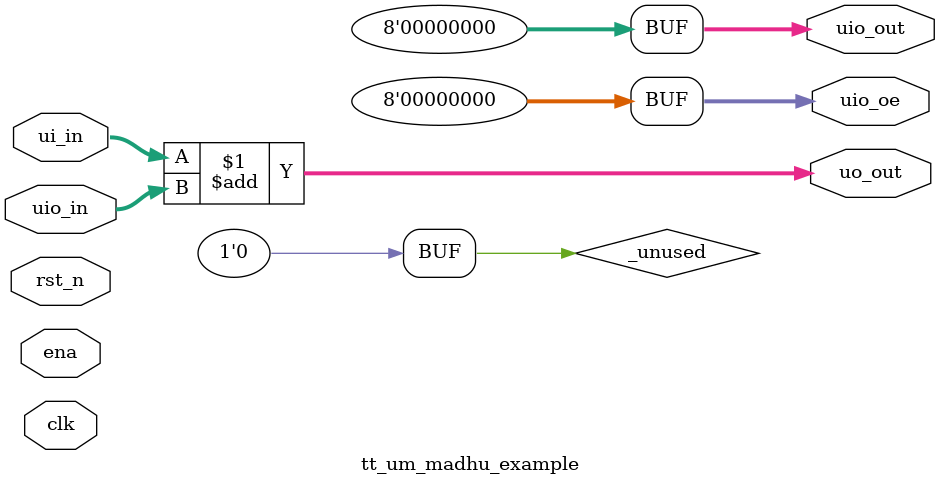
<source format=v>
/*
 * Copyright (c) 2024 Your Name
 * SPDX-License-Identifier: Apache-2.0
 */

`default_nettype none

module tt_um_madhu_example(
    input  wire [7:0] ui_in,    // Dedicated inputs
    output wire [7:0] uo_out,   // Dedicated outputs
    input  wire [7:0] uio_in,   // IOs: Input path
    output wire [7:0] uio_out,  // IOs: Output path
    output wire [7:0] uio_oe,   // IOs: Enable path (active high: 0=input, 1=output)
    input  wire       ena,      // always 1 when the design is powered, so you can ignore it
    input  wire       clk,      // clock
    input  wire       rst_n     // reset_n - low to reset
);

  // All output pins must be assigned. If not used, assign to 0.
  assign uo_out  = ui_in + uio_in;  // Example: ou_out is the sum of ui_in and uio_in
  assign uio_out = 0;
  assign uio_oe  = 0;

  // List all unused inputs to prevent warnings
  wire _unused = &{ena, clk, rst_n, 1'b0};

endmodule

</source>
